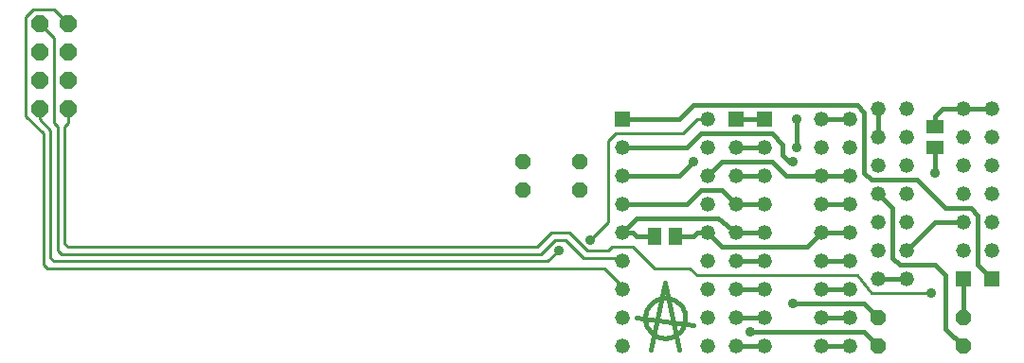
<source format=gbl>
G75*
G70*
%OFA0B0*%
%FSLAX24Y24*%
%IPPOS*%
%LPD*%
%AMOC8*
5,1,8,0,0,1.08239X$1,22.5*
%
%ADD10C,0.0160*%
%ADD11R,0.0520X0.0520*%
%ADD12C,0.0520*%
%ADD13OC8,0.0520*%
%ADD14R,0.0512X0.0591*%
%ADD15R,0.0591X0.0512*%
%ADD16OC8,0.0600*%
%ADD17C,0.0357*%
%ADD18C,0.0100*%
D10*
X021600Y005100D02*
X021975Y005100D01*
X022100Y004975D01*
X022726Y004975D01*
X023474Y004975D02*
X024100Y004975D01*
X024225Y005100D01*
X024600Y005100D01*
X025100Y004600D01*
X028100Y004600D01*
X028600Y005100D01*
X029600Y005100D01*
X031100Y004225D02*
X031350Y003975D01*
X032600Y003975D01*
X032975Y003600D01*
X032975Y001725D01*
X033600Y001100D01*
X033600Y002100D02*
X033600Y003475D01*
X034100Y003975D02*
X034600Y003475D01*
X034100Y003975D02*
X034100Y004225D01*
X034100Y005725D01*
X033850Y005975D01*
X032975Y005975D01*
X031975Y006975D01*
X030350Y006975D01*
X030100Y007225D01*
X030100Y009350D01*
X029850Y009600D01*
X024100Y009600D01*
X023600Y009100D01*
X022475Y009100D01*
X021600Y009100D01*
X021600Y008100D02*
X023350Y008100D01*
X023475Y008100D01*
X023850Y008100D01*
X024350Y008600D01*
X026850Y008600D01*
X027225Y008225D01*
X027225Y007850D01*
X027475Y007600D01*
X027600Y007600D01*
X027350Y007100D02*
X026850Y007600D01*
X025100Y007600D01*
X024600Y007100D01*
X024100Y007600D02*
X023600Y007100D01*
X021600Y007100D01*
X021600Y006100D02*
X023850Y006100D01*
X024350Y006600D01*
X025100Y006600D01*
X025600Y006100D01*
X026600Y006100D01*
X025600Y005100D02*
X024975Y005600D01*
X024225Y005600D01*
X024100Y005600D01*
X022100Y005600D01*
X021600Y005100D01*
X025600Y005100D02*
X026600Y005100D01*
X026600Y004100D02*
X025600Y004100D01*
X023100Y003350D02*
X023600Y000975D01*
X022600Y000975D02*
X023100Y003350D01*
X025600Y003100D02*
X026600Y003100D01*
X027600Y002600D02*
X030100Y002600D01*
X030600Y002100D01*
X029600Y002100D02*
X028600Y002100D01*
X030100Y001600D02*
X030600Y001100D01*
X030100Y001600D02*
X026100Y001600D01*
X026600Y001100D02*
X025600Y001100D01*
X024100Y001850D02*
X022100Y002100D01*
X022393Y002100D02*
X022395Y002153D01*
X022401Y002205D01*
X022411Y002257D01*
X022424Y002308D01*
X022442Y002358D01*
X022463Y002407D01*
X022488Y002454D01*
X022516Y002498D01*
X022547Y002541D01*
X022582Y002581D01*
X022619Y002618D01*
X022659Y002653D01*
X022702Y002684D01*
X022747Y002712D01*
X022793Y002737D01*
X022842Y002758D01*
X022892Y002776D01*
X022943Y002789D01*
X022995Y002799D01*
X023047Y002805D01*
X023100Y002807D01*
X023153Y002805D01*
X023205Y002799D01*
X023257Y002789D01*
X023308Y002776D01*
X023358Y002758D01*
X023407Y002737D01*
X023454Y002712D01*
X023498Y002684D01*
X023541Y002653D01*
X023581Y002618D01*
X023618Y002581D01*
X023653Y002541D01*
X023684Y002498D01*
X023712Y002453D01*
X023737Y002407D01*
X023758Y002358D01*
X023776Y002308D01*
X023789Y002257D01*
X023799Y002205D01*
X023805Y002153D01*
X023807Y002100D01*
X023805Y002047D01*
X023799Y001995D01*
X023789Y001943D01*
X023776Y001892D01*
X023758Y001842D01*
X023737Y001793D01*
X023712Y001746D01*
X023684Y001702D01*
X023653Y001659D01*
X023618Y001619D01*
X023581Y001582D01*
X023541Y001547D01*
X023498Y001516D01*
X023453Y001488D01*
X023407Y001463D01*
X023358Y001442D01*
X023308Y001424D01*
X023257Y001411D01*
X023205Y001401D01*
X023153Y001395D01*
X023100Y001393D01*
X023047Y001395D01*
X022995Y001401D01*
X022943Y001411D01*
X022892Y001424D01*
X022842Y001442D01*
X022793Y001463D01*
X022746Y001488D01*
X022702Y001516D01*
X022659Y001547D01*
X022619Y001582D01*
X022582Y001619D01*
X022547Y001659D01*
X022516Y001702D01*
X022488Y001747D01*
X022463Y001793D01*
X022442Y001842D01*
X022424Y001892D01*
X022411Y001943D01*
X022401Y001995D01*
X022395Y002047D01*
X022393Y002100D01*
X025600Y002100D02*
X026600Y002100D01*
X028600Y001100D02*
X029600Y001100D01*
X029600Y003100D02*
X028600Y003100D01*
X030600Y003475D02*
X031600Y003475D01*
X031100Y004225D02*
X031100Y005975D01*
X030600Y006475D01*
X029600Y006100D02*
X028600Y006100D01*
X028600Y007100D02*
X027350Y007100D01*
X026600Y007100D02*
X025600Y007100D01*
X025600Y008100D02*
X026600Y008100D01*
X027725Y008100D02*
X027725Y009100D01*
X028600Y009100D02*
X029600Y009100D01*
X030600Y009475D02*
X030600Y008475D01*
X032600Y008849D02*
X032600Y009225D01*
X032850Y009475D01*
X033600Y009475D01*
X034600Y009475D01*
X032600Y008101D02*
X032600Y007225D01*
X029600Y007100D02*
X028600Y007100D01*
X031600Y004475D02*
X032600Y005475D01*
X033600Y005475D01*
X029600Y004100D02*
X028600Y004100D01*
X026600Y009100D02*
X025600Y009100D01*
D11*
X025600Y009100D03*
X026600Y009100D03*
X021600Y009100D03*
X033600Y003475D03*
X034600Y003475D03*
D12*
X034600Y004475D03*
X033600Y004475D03*
X031600Y004475D03*
X030600Y004475D03*
X029600Y004100D03*
X028600Y004100D03*
X026600Y004100D03*
X025600Y004100D03*
X024600Y004100D03*
X024600Y005100D03*
X025600Y005100D03*
X026600Y005100D03*
X028600Y005100D03*
X029600Y005100D03*
X030600Y005475D03*
X031600Y005475D03*
X033600Y005475D03*
X034600Y005475D03*
X034600Y006475D03*
X033600Y006475D03*
X031600Y006475D03*
X030600Y006475D03*
X029600Y006100D03*
X028600Y006100D03*
X026600Y006100D03*
X025600Y006100D03*
X024600Y006100D03*
X024600Y007100D03*
X025600Y007100D03*
X026600Y007100D03*
X028600Y007100D03*
X029600Y007100D03*
X030600Y007475D03*
X031600Y007475D03*
X033600Y007475D03*
X034600Y007475D03*
X034600Y008475D03*
X033600Y008475D03*
X031600Y008475D03*
X030600Y008475D03*
X029600Y008100D03*
X028600Y008100D03*
X026600Y008100D03*
X025600Y008100D03*
X024600Y008100D03*
X024600Y009100D03*
X021600Y008100D03*
X021600Y007100D03*
X021600Y006100D03*
X021600Y005100D03*
X021600Y004100D03*
X021600Y003100D03*
X021600Y002100D03*
X021600Y001100D03*
X024600Y001100D03*
X025600Y001100D03*
X026600Y001100D03*
X028600Y001100D03*
X029600Y001100D03*
X029600Y002100D03*
X028600Y002100D03*
X026600Y002100D03*
X025600Y002100D03*
X024600Y002100D03*
X024600Y003100D03*
X025600Y003100D03*
X026600Y003100D03*
X028600Y003100D03*
X029600Y003100D03*
X030600Y003475D03*
X031600Y003475D03*
X029600Y009100D03*
X028600Y009100D03*
X030600Y009475D03*
X031600Y009475D03*
X033600Y009475D03*
X034600Y009475D03*
D13*
X020100Y007600D03*
X018100Y007600D03*
X018100Y006600D03*
X020100Y006600D03*
X030600Y002100D03*
X030600Y001100D03*
X033600Y001100D03*
X033600Y002100D03*
D14*
X023474Y004975D03*
X022726Y004975D03*
D15*
X032600Y008101D03*
X032600Y008849D03*
D16*
X002100Y009475D03*
X001100Y009475D03*
X001100Y010475D03*
X002100Y010475D03*
X002100Y011475D03*
X001100Y011475D03*
X001100Y012475D03*
X002100Y012475D03*
D17*
X020475Y004850D03*
X019350Y004475D03*
X026100Y001600D03*
X027600Y002600D03*
X032475Y002975D03*
X032600Y007225D03*
X027725Y008100D03*
X027600Y007600D03*
X024100Y007600D03*
X027725Y009100D03*
D18*
X001350Y003850D02*
X001225Y003975D01*
X001225Y008600D01*
X000600Y009225D01*
X000600Y012725D01*
X000850Y012975D01*
X001600Y012975D01*
X002100Y012475D01*
X001600Y011975D02*
X001100Y012475D01*
X001600Y011975D02*
X001600Y008975D01*
X001725Y008850D01*
X001725Y004475D01*
X001850Y004350D01*
X003225Y004350D01*
X018725Y004350D01*
X019225Y004850D01*
X019600Y004850D01*
X020225Y004225D01*
X021475Y004225D01*
X021600Y004100D01*
X021100Y004475D02*
X020350Y004475D01*
X020225Y004600D01*
X019725Y005100D01*
X019100Y005100D01*
X018600Y004600D01*
X003225Y004600D01*
X002100Y004600D01*
X001975Y004725D01*
X001975Y008850D01*
X002100Y008975D01*
X002100Y009475D01*
X001475Y008725D02*
X001100Y009100D01*
X001100Y009475D01*
X001475Y008725D02*
X001475Y004225D01*
X001600Y004100D01*
X018975Y004100D01*
X019350Y004475D01*
X020475Y004850D02*
X021100Y005475D01*
X021100Y008350D01*
X021350Y008600D01*
X023725Y008600D01*
X024225Y009100D01*
X024600Y009100D01*
X021975Y004600D02*
X021350Y004600D01*
X021225Y004600D01*
X021100Y004475D01*
X021975Y004600D02*
X022725Y003850D01*
X023475Y003850D01*
X023975Y003850D01*
X024225Y003600D01*
X029850Y003600D01*
X030350Y002975D01*
X032100Y002975D01*
X032475Y002975D01*
X021600Y003100D02*
X021600Y003225D01*
X020975Y003850D01*
X002850Y003850D01*
X002475Y003850D01*
X001350Y003850D01*
M02*

</source>
